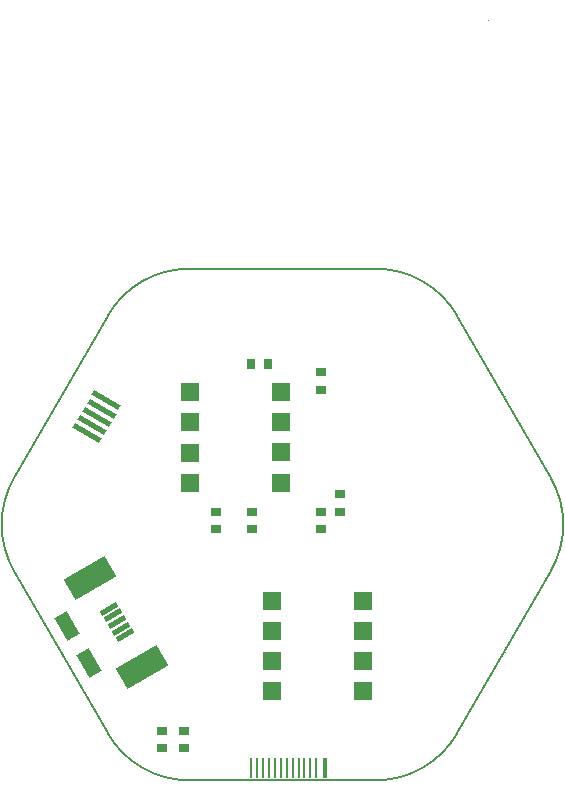
<source format=gtp>
%FSLAX25Y25*%
%MOIN*%
G70*
G01*
G75*
G04 Layer_Color=8421504*
%ADD10R,0.05906X0.05906*%
%ADD11R,0.03347X0.02756*%
G04:AMPARAMS|DCode=12|XSize=62.99mil|YSize=17.72mil|CornerRadius=0mil|HoleSize=0mil|Usage=FLASHONLY|Rotation=210.000|XOffset=0mil|YOffset=0mil|HoleType=Round|Shape=Rectangle|*
%AMROTATEDRECTD12*
4,1,4,0.02285,0.02342,0.03171,0.00808,-0.02285,-0.02342,-0.03171,-0.00808,0.02285,0.02342,0.0*
%
%ADD12ROTATEDRECTD12*%

G04:AMPARAMS|DCode=13|XSize=86.61mil|YSize=47.24mil|CornerRadius=0mil|HoleSize=0mil|Usage=FLASHONLY|Rotation=300.000|XOffset=0mil|YOffset=0mil|HoleType=Round|Shape=Rectangle|*
%AMROTATEDRECTD13*
4,1,4,-0.04211,0.02569,-0.00120,0.04932,0.04211,-0.02569,0.00120,-0.04932,-0.04211,0.02569,0.0*
%
%ADD13ROTATEDRECTD13*%

G04:AMPARAMS|DCode=14|XSize=157.48mil|YSize=78.74mil|CornerRadius=0mil|HoleSize=0mil|Usage=FLASHONLY|Rotation=30.000|XOffset=0mil|YOffset=0mil|HoleType=Round|Shape=Rectangle|*
%AMROTATEDRECTD14*
4,1,4,-0.04851,-0.07347,-0.08788,-0.00528,0.04851,0.07347,0.08788,0.00528,-0.04851,-0.07347,0.0*
%
%ADD14ROTATEDRECTD14*%

%ADD15R,0.02756X0.03347*%
G04:AMPARAMS|DCode=16|XSize=102.36mil|YSize=17.72mil|CornerRadius=0mil|HoleSize=0mil|Usage=FLASHONLY|Rotation=330.000|XOffset=0mil|YOffset=0mil|HoleType=Round|Shape=Rectangle|*
%AMROTATEDRECTD16*
4,1,4,-0.04875,0.01792,-0.03990,0.03326,0.04875,-0.01792,0.03990,-0.03326,-0.04875,0.01792,0.0*
%
%ADD16ROTATEDRECTD16*%

%ADD17R,0.00984X0.07087*%
%ADD18R,0.00984X0.07087*%
%ADD19R,0.01772X0.07087*%
%ADD20C,0.03000*%
%ADD21C,0.02000*%
%ADD22C,0.01000*%
%ADD23C,0.00800*%
%ADD24C,0.00600*%
%ADD25C,0.00250*%
%ADD26C,0.00500*%
%ADD27O,0.07874X0.11811*%
%ADD28R,0.07874X0.11811*%
%ADD29C,0.02953*%
%ADD30P,0.08352X4X165.0*%
%ADD31C,0.05906*%
G04:AMPARAMS|DCode=32|XSize=157.48mil|YSize=78.74mil|CornerRadius=0mil|HoleSize=0mil|Usage=FLASHONLY|Rotation=210.000|XOffset=0mil|YOffset=0mil|HoleType=Round|Shape=Round|*
%AMOVALD32*
21,1,0.07874,0.07874,0.00000,0.00000,210.0*
1,1,0.07874,0.03410,0.01969*
1,1,0.07874,-0.03410,-0.01969*
%
%ADD32OVALD32*%

%ADD33C,0.04331*%
G04:AMPARAMS|DCode=34|XSize=150mil|YSize=60mil|CornerRadius=0mil|HoleSize=0mil|Usage=FLASHONLY|Rotation=150.000|XOffset=0mil|YOffset=0mil|HoleType=Round|Shape=Round|*
%AMOVALD34*
21,1,0.09000,0.06000,0.00000,0.00000,150.0*
1,1,0.06000,0.03897,-0.02250*
1,1,0.06000,-0.03897,0.02250*
%
%ADD34OVALD34*%

G04:AMPARAMS|DCode=35|XSize=86.61mil|YSize=62.99mil|CornerRadius=0mil|HoleSize=0mil|Usage=FLASHONLY|Rotation=150.000|XOffset=0mil|YOffset=0mil|HoleType=Round|Shape=Round|*
%AMOVALD35*
21,1,0.02362,0.06299,0.00000,0.00000,150.0*
1,1,0.06299,0.01023,-0.00591*
1,1,0.06299,-0.01023,0.00591*
%
%ADD35OVALD35*%

%ADD36C,0.03543*%
G04:AMPARAMS|DCode=37|XSize=74.8mil|YSize=39.37mil|CornerRadius=0mil|HoleSize=0mil|Usage=FLASHONLY|Rotation=330.000|XOffset=0mil|YOffset=0mil|HoleType=Round|Shape=Round|*
%AMOVALD37*
21,1,0.03543,0.03937,0.00000,0.00000,330.0*
1,1,0.03937,-0.01534,0.00886*
1,1,0.03937,0.01534,-0.00886*
%
%ADD37OVALD37*%

%ADD38C,0.02000*%
%ADD39C,0.03000*%
%ADD40C,0.00100*%
%ADD41P,0.03341X4X345.0*%
%ADD42P,0.03341X4X195.0*%
%ADD43P,0.03341X4X270.0*%
G04:AMPARAMS|DCode=44|XSize=27.56mil|YSize=33.47mil|CornerRadius=0mil|HoleSize=0mil|Usage=FLASHONLY|Rotation=45.000|XOffset=0mil|YOffset=0mil|HoleType=Round|Shape=Rectangle|*
%AMROTATEDRECTD44*
4,1,4,0.00209,-0.02158,-0.02158,0.00209,-0.00209,0.02158,0.02158,-0.00209,0.00209,-0.02158,0.0*
%
%ADD44ROTATEDRECTD44*%

G04:AMPARAMS|DCode=45|XSize=27.56mil|YSize=33.47mil|CornerRadius=0mil|HoleSize=0mil|Usage=FLASHONLY|Rotation=315.000|XOffset=0mil|YOffset=0mil|HoleType=Round|Shape=Rectangle|*
%AMROTATEDRECTD45*
4,1,4,-0.02158,-0.00209,0.00209,0.02158,0.02158,0.00209,-0.00209,-0.02158,-0.02158,-0.00209,0.0*
%
%ADD45ROTATEDRECTD45*%

%ADD46R,0.02362X0.03937*%
%ADD47R,0.03937X0.02362*%
%ADD48R,0.07087X0.03937*%
%ADD49R,0.07874X0.07874*%
%ADD50O,0.02500X0.05500*%
%ADD51R,0.02500X0.05500*%
%ADD52R,0.01200X0.03400*%
%ADD53R,0.03400X0.01200*%
%ADD54R,0.10236X0.10236*%
G04:AMPARAMS|DCode=55|XSize=31.5mil|YSize=31.5mil|CornerRadius=3.15mil|HoleSize=0mil|Usage=FLASHONLY|Rotation=180.000|XOffset=0mil|YOffset=0mil|HoleType=Round|Shape=RoundedRectangle|*
%AMROUNDEDRECTD55*
21,1,0.03150,0.02520,0,0,180.0*
21,1,0.02520,0.03150,0,0,180.0*
1,1,0.00630,-0.01260,0.01260*
1,1,0.00630,0.01260,0.01260*
1,1,0.00630,0.01260,-0.01260*
1,1,0.00630,-0.01260,-0.01260*
%
%ADD55ROUNDEDRECTD55*%
G04:AMPARAMS|DCode=56|XSize=20mil|YSize=50mil|CornerRadius=0mil|HoleSize=0mil|Usage=FLASHONLY|Rotation=315.000|XOffset=0mil|YOffset=0mil|HoleType=Round|Shape=Rectangle|*
%AMROTATEDRECTD56*
4,1,4,-0.02475,-0.01061,0.01061,0.02475,0.02475,0.01061,-0.01061,-0.02475,-0.02475,-0.01061,0.0*
%
%ADD56ROTATEDRECTD56*%

%ADD57R,0.01772X0.07087*%
%ADD58C,0.04000*%
%ADD59C,0.01500*%
%ADD60C,0.00787*%
%ADD61C,0.00984*%
%ADD62C,0.02362*%
D10*
X458854Y336800D02*
D03*
Y326800D02*
D03*
X428500D02*
D03*
Y336800D02*
D03*
Y316700D02*
D03*
Y306700D02*
D03*
X458854D02*
D03*
Y316800D02*
D03*
X455746Y257100D02*
D03*
Y267200D02*
D03*
X486100D02*
D03*
Y257200D02*
D03*
Y237100D02*
D03*
Y247100D02*
D03*
X455746D02*
D03*
Y237100D02*
D03*
D11*
X426500Y218155D02*
D03*
Y224061D02*
D03*
X419200Y224000D02*
D03*
Y218094D02*
D03*
X449200Y291094D02*
D03*
Y297000D02*
D03*
X437200Y297006D02*
D03*
Y291100D02*
D03*
X478600Y302906D02*
D03*
Y297000D02*
D03*
X472000Y291094D02*
D03*
Y297000D02*
D03*
X472200Y337595D02*
D03*
Y343500D02*
D03*
D12*
X406759Y255768D02*
D03*
X405480Y257984D02*
D03*
X404200Y260200D02*
D03*
X402920Y262416D02*
D03*
X401641Y264632D02*
D03*
D13*
X387632Y258818D02*
D03*
X394719Y246543D02*
D03*
D14*
X395296Y274835D02*
D03*
X412422Y245172D02*
D03*
D15*
X448695Y346100D02*
D03*
X454600D02*
D03*
D16*
X394300Y323200D02*
D03*
X395875Y325928D02*
D03*
X397450Y328655D02*
D03*
X399024Y331383D02*
D03*
X400599Y334110D02*
D03*
D17*
X448900Y211500D02*
D03*
D18*
X450869D02*
D03*
X452837D02*
D03*
X454806D02*
D03*
X456774D02*
D03*
X458743D02*
D03*
X460711D02*
D03*
X462679D02*
D03*
X464648D02*
D03*
X466616D02*
D03*
X468585D02*
D03*
X470553D02*
D03*
D19*
X473506D02*
D03*
D25*
X421800Y289922D02*
G03*
X421800Y289922I-125J0D01*
G01*
X386019Y250119D02*
G03*
X386019Y250119I-125J0D01*
G01*
X459838Y207500D02*
G03*
X459838Y207500I-125J0D01*
G01*
X533657Y250119D02*
G03*
X533657Y250119I-125J0D01*
G01*
Y335358D02*
G03*
X533657Y335358I-125J0D01*
G01*
X459838Y377977D02*
G03*
X459838Y377977I-125J0D01*
G01*
X527987Y460898D02*
G03*
X527987Y460898I-125J0D01*
G01*
X459425Y377977D02*
G03*
X459425Y377977I-125J0D01*
G01*
X533244Y335358D02*
G03*
X533244Y335358I-125J0D01*
G01*
Y250119D02*
G03*
X533244Y250119I-125J0D01*
G01*
X459425Y207500D02*
G03*
X459425Y207500I-125J0D01*
G01*
X385606Y250119D02*
G03*
X385606Y250119I-125J0D01*
G01*
Y335358D02*
G03*
X385606Y335358I-125J0D01*
G01*
D26*
X517519Y362378D02*
G03*
X490499Y377977I-27020J-15600D01*
G01*
X548718Y277139D02*
G03*
X548718Y308338I-27020J15600D01*
G01*
X490499Y207500D02*
G03*
X517519Y223100I0J31200D01*
G01*
X401080Y223100D02*
G03*
X428100Y207500I27020J15600D01*
G01*
X369881Y308338D02*
G03*
X369881Y277139I27020J-15600D01*
G01*
X428100Y377977D02*
G03*
X401080Y362378I0J-31200D01*
G01*
X428100Y377977D02*
X490499D01*
X517519Y362378D02*
X548718Y308338D01*
X517519Y223100D02*
X548718Y277139D01*
X428100Y207500D02*
X490499D01*
X369881Y277139D02*
X401080Y223100D01*
X369881Y308338D02*
X401080Y362378D01*
M02*

</source>
